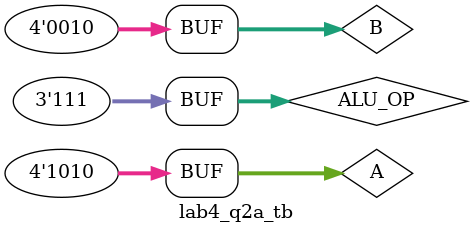
<source format=v>
module ALU_4bit_dataflow (
    input [3:0] A,
    input [3:0] B,
    input [2:0] ALU_OP,
    output [3:0] out
);
assign out = (ALU_OP == 3'b000) ? A + B :
            (ALU_OP == 3'b001) ? A - B :
(ALU_OP == 3'b010) ? ~(A & B) :
(ALU_OP == 3'b011) ? ~(A | B) :
(ALU_OP == 3'b100) ? (A < B) ? 4'b1 : 4'b0:
(ALU_OP == 3'b101) ? (A == B) ? 4'b1 : 4'b0:
(ALU_OP == 3'b110) ? (B[1:0] == 2'b00) ? A : (B[1:0] == 2'b01)
? (A << 1) : (B[1:0] == 2'b10) ? (A << 2) : (A << 3) :
(ALU_OP == 3'b111) ? (B[1:0] == 2'b00) ? A : (B[1:0] == 2'b01)
? (A >> 1) : (B[1:0] == 2'b10) ? (A >> 2) : (A >> 3) : 4'bxxxx; // Default operation
endmodule



module lab4_q2a_tb();
reg[3:0]A,B;
reg[2:0]ALU_OP;
wire[3:0]out;
ALU_4bit_dataflow a1(A,B,ALU_OP,out);
initial
begin
    $dumpfile("ALU_RTL_dataflow.vcd");
    $dumpvars(0,lab4_q2a_tb);
    ALU_OP=3'b000;A=4'b1100;B=4'b0011;
    #10;
    ALU_OP=3'b001;A=4'b1100;B=4'b0011;
    #10;
    ALU_OP=3'b010;A=4'b1100;B=4'b0011;
    #10;
    ALU_OP=3'b011;A=4'b1100;B=4'b0010;
    #10;
    ALU_OP=3'b100;A=4'b0110;B=4'b0011;
    #10;
    ALU_OP=3'b101;A=4'b1010;B=4'b1010;
    #10;
    ALU_OP=3'b110;A=4'b1010;B=4'b0010;
    #10;
    ALU_OP=3'b111;A=4'b1010;B=4'b0010;
    #10;
end
initial begin
$monitor("ALU_OP = %b, A = %b, B = %b, out = %b",ALU_OP,A,B,out); end
endmodule
</source>
